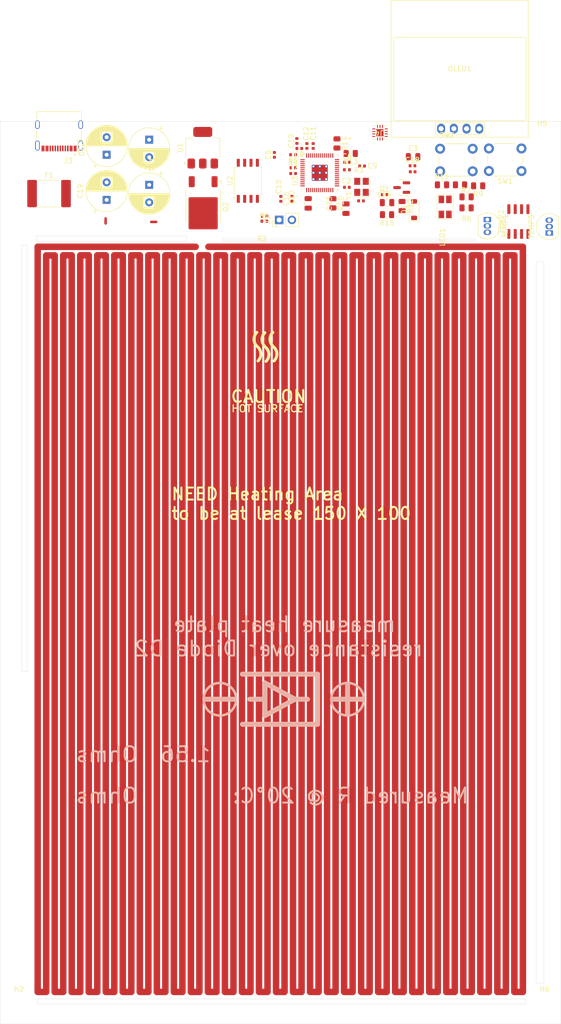
<source format=kicad_pcb>
(kicad_pcb (version 20240108) (generator "pcbnew") (generator_version "8.0")
  (layers (0 "F.Cu" signal) (31 "B.Cu" power) (34 "B.Paste" user) (35 "F.Paste" user) (36 "B.SilkS" user "B.Silkscreen") (37 "F.SilkS" user "F.Silkscreen") (38 "B.Mask" user) (39 "F.Mask" user) (44 "Edge.Cuts" user))
  (net 0 "")
  (net 1 "GND")
  (net 2 "/XIN")
  (net 3 "Net-(C2-Pad1)")
  (net 4 "VBUS")
  (net 5 "+3V3")
  (net 6 "+1V1")
  (net 7 "/GPIO6")
  (net 8 "Net-(D1-A)")
  (net 9 "/~{USB_BOOT}")
  (net 10 "/cc1")
  (net 11 "/D-")
  (net 12 "/D+")
  (net 13 "/cc2")
  (net 14 "Net-(LED1B-A2)")
  (net 15 "Net-(LED1A-A1)")
  (net 16 "Net-(Q1-C)")
  (net 17 "Net-(Q1-B)")
  (net 18 "/QSPI_SS")
  (net 19 "/XOUT")
  (net 20 "Net-(U3-USB_DP)")
  (net 21 "Net-(U3-USB_DM)")
  (net 22 "/GPIO8")
  (net 23 "/GPIO9")
  (net 24 "+3.3V")
  (net 25 "/GPIO15")
  (net 26 "/GPIO17")
  (net 27 "/GPIO18")
  (net 28 "/GPIO16")
  (net 29 "/GPIO5")
  (net 33 "/GPIO4")
  (net 36 "/GPIO26_ADC0")
  (net 37 "/QSPI_SD2")
  (net 38 "/QSPI_SCLK")
  (net 39 "/QSPI_SD0")
  (net 40 "/QSPI_SD1")
  (net 41 "/QSPI_SD3")
  (net 42 "/GPIO20")
  (net 43 "/GPIO27_ADC1")
  (net 44 "/GPIO13")
  (net 45 "/SWD")
  (net 46 "/GPIO25")
  (net 47 "/GPIO29_ADC3")
  (net 48 "/GPIO24")
  (net 49 "/GPIO10")
  (net 50 "/GPIO3")
  (net 51 "/GPIO2")
  (net 52 "/SWCLK")
  (net 53 "/GPIO14")
  (net 54 "/GPIO22")
  (net 55 "/GPIO0")
  (net 56 "/GPIO12")
  (net 57 "/GPIO28_ADC2")
  (net 58 "/GPIO11")
  (net 59 "/RUN")
  (net 60 "/GPIO23")
  (net 61 "/GPIO1")
  (net 62 "/GPIO19")
  (net 63 "/GPIO21")
  (net 67 "HEATPLATE")
  (net 70 "/GPIO7")
  (net 71 "Net-(F1-Pad1)")
  (footprint "Crystal:Crystal_SMD_3225-4Pin_3.2x2.5mm" (layer "F.Cu") (at 133.9 64.4 90)
    (property "Reference" "Y1")
    (property "Value" "ABM8-272-T3")
  )
  (footprint "Capacitor_SMD:C_0402_1005Metric" (layer "F.Cu") (at 116.5 58.02 90)
    (property "Reference" "C5")
    (property "Value" "100n")
  )
  (footprint "Fusb3202T:WQFN14_2P5X2P5_ONS" (layer "F.Cu") (at 137.6 53.6 90)
    (property "Reference" "U4")
    (property "Value" "FUSB302TMPX")
  )
  (footprint "Capacitor_SMD:C_0402_1005Metric" (layer "F.Cu") (at 124.25 56.25 90)
    (property "Reference" "C11")
    (property "Value" "100n")
  )
  (footprint "Capacitor_SMD:C_0402_1005Metric" (layer "F.Cu") (at 144.12 61.4)
    (property "Reference" "C13" (hide yes))
    (property "Value" "100n")
  )
  (footprint "Capacitor_SMD:C_0402_1005Metric" (layer "F.Cu") (at 131.02 59.5)
    (property "Reference" "C6")
    (property "Value" "100n")
  )
  (footprint "Capacitor_SMD:C_0402_1005Metric" (layer "F.Cu") (at 138.52 65.95 180)
    (property "Reference" "C14")
    (property "Value" "100n")
  )
  (footprint "Capacitor_SMD:C_0402_1005Metric" (layer "F.Cu") (at 120.25 61.75)
    (property "Reference" "C7")
    (property "Value" "100n")
  )
  (footprint "USB_C:HRO_TYPE-C-31-M-12" (layer "F.Cu") (at 73.5 52 180)
    (property "Reference" "J3")
    (property "Value" "TYPE-C-31-M-12")
  )
  (footprint "Capacitor_SMD:C_0402_1005Metric" (layer "F.Cu") (at 144.08 60.2)
    (property "Reference" "C18")
    (property "Value" "1000u")
  )
  (footprint "Capacitor_SMD:C_0402_1005Metric" (layer "F.Cu") (at 134.02 60.25)
    (property "Reference" "C9")
    (property "Value" "100n")
  )
  (footprint "Resistor_SMD:R_0402_1005Metric" (layer "F.Cu") (at 114.51 71.25)
    (property "Reference" "R1")
    (property "Value" "1k")
  )
  (footprint "Resistor_SMD:R_0805_2012Metric" (layer "F.Cu") (at 154.8875 68.6)
    (property "Reference" "R6")
    (property "Value" "1k")
  )
  (footprint "Button_Switch_THT:SW_PUSH_6mm" (layer "F.Cu") (at 165.85 61.25 180)
    (property "Reference" "SW1")
    (property "Value" "SW_Push")
  )
  (footprint "Capacitor_SMD:C_0402_1005Metric" (layer "F.Cu") (at 123 56.25 90)
    (property "Reference" "C12")
    (property "Value" "100n")
  )
  (footprint "Capacitor_THT:CP_Radial_D8.0mm_P3.50mm" (layer "F.Cu") (at 91.5 55 -90)
    (property "Reference" "C22")
    (property "Value" "680u/16V")
  )
  (footprint "Capacitor_SMD:C_0805_2012Metric" (layer "F.Cu") (at 123.25 67.7 -90)
    (property "Reference" "C17")
    (property "Value" "100nF")
  )
  (footprint "Connector_PinHeader_2.54mm:PinHeader_1x02_P2.54mm_Vertical" (layer "F.Cu") (at 117.46 71 90)
    (property "Reference" "J1")
    (property "Value" "Conn_01x02")
  )
  (footprint "BLUENRG-232:RP2040-QFN-56" (layer "F.Cu") (at 125.5625 61.6 90)
    (property "Reference" "U3")
    (property "Value" "RP2040")
  )
  (footprint "NetTie:NetTie-2_SMD_Pad0.5mm" (layer "F.Cu") (at 82.8 71.2 -90)
    (property "Reference" "NT4" (hide yes))
    (property "Value" "NetTie_2" (hide yes))
  )
  (footprint "Resistor_SMD:R_0402_1005Metric" (layer "F.Cu") (at 120.24 58 180)
    (property "Reference" "R5")
    (property "Value" "27")
  )
  (footprint "MountingHole:MountingHole_2.2mm_M2" (layer "F.Cu") (at 65.48 227.61)
    (property "Reference" "H2")
    (property "Value" "MountingHole")
  )
  (footprint "Resistor_SMD:R_0805_2012Metric" (layer "F.Cu") (at 129 55.75 -90)
    (property "Reference" "R14")
    (property "Value" "4k7")
  )
  (footprint "Diode_SMD:D_SOD-123" (layer "F.Cu") (at 144.4 68.95 90)
    (property "Reference" "D1")
    (property "Value" "B5819W")
  )
  (footprint "Capacitor_SMD:C_0402_1005Metric" (layer "F.Cu") (at 130.98 64.5 180)
    (property "Reference" "C2")
    (property "Value" "15p")
  )
  (footprint "Resistor_SMD:R_0805_2012Metric" (layer "F.Cu") (at 153.575 64 180)
    (property "Reference" "R8" (hide yes))
    (property "Value" "10k")
  )
  (footprint "MountingHole:MountingHole_2.2mm_M2" (layer "F.Cu") (at 65.48 55.11)
    (property "Reference" "H1")
    (property "Value" "MountingHole")
  )
  (footprint "Capacitor_SMD:C_0805_2012Metric" (layer "F.Cu") (at 139 67.55)
    (property "Reference" "C4")
    (property "Value" "10u")
  )
  (footprint "Capacitor_SMD:C_0402_1005Metric" (layer "F.Cu") (at 121 55.25 90)
    (property "Reference" "C10")
    (property "Value" "1u")
  )
  (footprint "Package_SO:SOIC-8_3.9x4.9mm_P1.27mm" (layer "F.Cu") (at 165.235 71.325 90)
    (property "Reference" "TEMP2")
    (property "Value" "DS18B20Z")
  )
  (footprint "Resistor_SMD:R_0805_2012Metric" (layer "F.Cu") (at 142 68.2375 -90)
    (property "Reference" "R12")
    (property "Value" "4k7")
  )
  (footprint "Capacitor_THT:CP_Radial_D8.0mm_P3.50mm" (layer "F.Cu") (at 91.5 64 -90)
    (property "Reference" "C21")
    (property "Value" "680u/16V")
  )
  (footprint "Button_Switch_THT:SW_PUSH_6mm" (layer "F.Cu") (at 149.6 56.8)
    (property "Reference" "SW2")
    (property "Value" "SW_Push")
  )
  (footprint "Capacitor_THT:CP_Radial_D8.0mm_P3.50mm" (layer "F.Cu") (at 83 58 90)
    (property "Reference" "C20")
    (property "Value" "680u/16V")
  )
  (footprint "Resistor_SMD:R_0805_2012Metric" (layer "F.Cu") (at 139 69.95 180)
    (property "Reference" "R15")
    (property "Value" "4k7")
  )
  (footprint "Resistor_SMD:R_0805_2012Metric" (layer "F.Cu") (at 149.975 64)
    (property "Reference" "R11")
    (property "Value" "10k")
  )
  (footprint "Capacitor_SMD:C_0402_1005Metric" (layer "F.Cu") (at 120 66.77 90)
    (property "Reference" "C16")
    (property "Value" "100n")
  )
  (footprint "oled:128x64OLED" (layer "F.Cu") (at 153.8 42.2 180)
    (property "Reference" "OLED1")
    (property "Value" "SSD1306")
  )
  (footprint "Capacitor_SMD:C_0805_2012Metric" (layer "F.Cu") (at 130.8 68.75 -90)
    (property "Reference" "C23")
    (property "Value" "100nF")
  )
  (footprint "Resistor_SMD:R_0805_2012Metric" (layer "F.Cu") (at 157.2 64.2 180)
    (property "Reference" "R9")
    (property "Value" "10k")
  )
  (footprint "Resistor_SMD:R_0805_2012Metric" (layer "F.Cu") (at 128.2 67.6875 -90)
    (property "Reference" "R10")
    (property "Value" "1k")
  )
  (footprint "Capacitor_SMD:C_0805_2012Metric" (layer "F.Cu") (at 144.2 58.4)
    (property "Reference" "C3")
    (property "Value" "10u")
  )
  (footprint "Package_TO_SOT_THT:TO-92_Inline" (layer "F.Cu") (at 171.4 73.6 90)
    (property "Reference" "TEMP3")
    (property "Value" "LMT85")
  )
  (footprint "Package_SO:SOIC-8_5.23x5.23mm_P1.27mm" (layer "F.Cu") (at 111.2 63.2 90)
    (property "Reference" "U2")
    (property "Value" "W25Q128JVS")
  )
  (footprint "Resistor_SMD:R_0805_2012Metric" (layer "F.Cu") (at 154.8875 66.4 180)
    (property "Reference" "R7")
    (property "Value" "1k")
  )
  (footprint "Capacitor_THT:CP_Radial_D8.0mm_P3.50mm" (layer "F.Cu") (at 83 67 90)
    (property "Reference" "C19")
    (property "Value" "680u/16V")
  )
  (footprint "NetTie:NetTie-2_SMD_Pad0.5mm" (layer "F.Cu") (at 92.4 71.4)
    (property "Reference" "NT3" (hide yes))
    (property "Value" "NetTie_2" (hide yes))
  )
  (footprint "Capacitor_SMD:C_0402_1005Metric" (layer "F.Cu") (at 133.8 67.2 180)
    (property "Reference" "C1" (hide yes))
    (property "Value" "15p")
  )
  (footprint "Capacitor_SMD:C_0402_1005Metric" (layer "F.Cu") (at 117.8 66.8 90)
    (property "Reference" "C15")
    (property "Value" "100n")
  )
  (footprint "Resistor_SMD:R_0402_1005Metric" (layer "F.Cu") (at 120.2 60.6)
    (property "Reference" "R4")
    (property "Value" "27")
  )
  (footprint "Resistor_SMD:R_0402_1005Metric" (layer "F.Cu") (at 130.99 61)
    (property "Reference" "R3")
    (property "Value" "1k")
  )
  (footprint "MountingHole:MountingHole_2.2mm_M2" (layer "F.Cu") (at 170.48 227.61)
    (property "Reference" "H6")
    (property "Value" "MountingHole")
  )
  (footprint "MountingHole:MountingHole_2.2mm_M2" (layer "F.Cu") (at 170 55)
    (property "Reference" "H5")
    (property "Value" "MountingHole")
  )
  (footprint "Resistor_SMD:R_0805_2012Metric" (layer "F.Cu") (at 131.75 57.75 180)
    (property "Reference" "R13")
    (property "Value" "4k7")
  )
  (footprint "Package_TO_SOT_SMD:SOT-223-3_TabPin2" (layer "F.Cu") (at 102.2 56.6 90)
    (property "Reference" "U1")
    (property "Value" "NCP1117-3.3_SOT223")
  )
  (footprint "Package_TO_SOT_THT:TO-92_Inline" (layer "F.Cu") (at 159.04 70.93 -90)
    (property "Reference" "TEMP1")
    (property "Value" "Ext. 1-Wire")
  )
  (footprint "Fuse:Fuse_2920_7451Metric" (layer "F.Cu") (at 71.5 65.75)
    (property "Reference" "F1")
    (property "Value" "5A")
  )
  (footprint "LED_SMD:LED_Avago_PLCC4_3.2x2.8mm_CW" (layer "F.Cu") (at 150.6 68.4 90)
    (property "Reference" "LED1")
    (property "Value" "RED/GREEN")
  )
  (footprint "Package_TO_SOT_SMD:TO-252-2" (layer "F.Cu") (at 102.275 68.415 -90)
    (property "Reference" "Q2")
    (property "Value" "IRLR8726TRPBF")
  )
  (footprint "Capacitor_SMD:C_0402_1005Metric" (layer "F.Cu") (at 121.48 56.75 180)
    (property "Reference" "C8")
    (property "Value" "1u")
  )
  (footprint "Resistor_SMD:R_0402_1005Metric" (layer "F.Cu") (at 114.5 70.25)
    (property "Reference" "R2")
    (property "Value" "DNF")
  )
  (footprint "Package_TO_SOT_SMD:SOT-23" (layer "F.Cu") (at 141.9375 64.55 180)
    (property "Reference" "Q1")
    (property "Value" "SS8050")
  )
  (gr_line (start 125.12 171.59) (end 110.12 171.59) (stroke (width 1)) (layer "B.SilkS"))
  (gr_line (start 134.12 166.59) (end 128.12 166.59) (stroke (width 1)) (layer "B.SilkS"))
  (gr_line (start 108.62 166.59) (end 102.62 166.59) (stroke (width 1)) (layer "B.SilkS"))
  (gr_line (start 131.12 169.59) (end 131.12 163.59) (stroke (width 1)) (layer "B.SilkS"))
  (gr_line (start 125.12 161.59) (end 110.12 161.59) (stroke (width 1)) (layer "B.SilkS"))
  (gr_line (start 114.62 169.84) (end 114.62 163.34) (stroke (width 1)) (layer "B.SilkS"))
  (gr_line (start 114.62 163.34) (end 120.62 166.59) (stroke (width 1)) (layer "B.SilkS"))
  (gr_circle (center 131.12 166.59) (end 127.87 166.59) (stroke (width 0.5)) (fill none) (layer "B.SilkS"))
  (gr_line (start 120.12 166.59) (end 123.12 166.59) (stroke (width 1)) (layer "B.SilkS"))
  (gr_circle (center 105.62 166.59) (end 102.37 166.59) (stroke (width 0.5)) (fill none) (layer "B.SilkS"))
  (gr_line (start 125.12 171.59) (end 125.12 161.59) (stroke (width 1)) (layer "B.SilkS"))
  (gr_line (start 120.62 166.59) (end 114.62 169.84) (stroke (width 1)) (layer "B.SilkS"))
  (gr_line (start 114.62 166.59) (end 111.62 166.59) (stroke (width 1)) (layer "B.SilkS"))
  (gr_arc (start 114.596989 96.230038) (mid 114.178224 95.603312) (end 114.031173 94.864038) (stroke (width 0.6)) (layer "F.SilkS"))
  (gr_arc (start 116.996989 97.761038) (mid 116.85 98.5) (end 116.431412 99.126461) (stroke (width 0.6)) (layer "F.SilkS"))
  (gr_arc (start 115.396989 97.830038) (mid 115.25 98.569) (end 114.831412 99.195461) (stroke (width 0.6)) (layer "F.SilkS"))
  (gr_arc (start 116.430989 96.396038) (mid 116.849447 97.022305) (end 116.996391 97.761038) (stroke (width 0.6)) (layer "F.SilkS"))
  (gr_arc (start 112.996989 96.161038) (mid 112.578607 95.534388) (end 112.43188 94.795331) (stroke (width 0.6)) (layer "F.SilkS"))
  (gr_arc (start 116.196989 96.161038) (mid 115.778607 95.534388) (end 115.63188 94.795331) (stroke (width 0.6)) (layer "F.SilkS"))
  (gr_arc (start 114.030989 94.864038) (mid 114.178054 94.124694) (end 114.596859 93.497908) (stroke (width 0.6)) (layer "F.SilkS"))
  (gr_arc (start 113.796989 97.761038) (mid 113.65 98.5) (end 113.231412 99.126461) (stroke (width 0.6)) (layer "F.SilkS"))
  (gr_arc (start 115.630989 94.796038) (mid 115.778054 94.056694) (end 116.196859 93.429908) (stroke (width 0.6)) (layer "F.SilkS"))
  (gr_arc (start 113.230989 96.396038) (mid 113.649447 97.022305) (end 113.796391 97.761038) (stroke (width 0.6)) (layer "F.SilkS"))
  (gr_arc (start 112.430989 94.796038) (mid 112.578054 94.056694) (end 112.996859 93.429908) (stroke (width 0.6)) (layer "F.SilkS"))
  (gr_arc (start 114.830989 96.464038) (mid 115.24983 97.090381) (end 115.397098 97.829331) (stroke (width 0.6)) (layer "F.SilkS"))
  (gr_rect (start 69.23 226.36) (end 166.73 227.36) (stroke (width 0.05)) (fill none) (layer "Edge.Cuts"))
  (gr_rect (start 68.95 74.2) (end 99 75.25) (stroke (width 0.05)) (fill none) (layer "Edge.Cuts"))
  (gr_rect (start 66.065 76.03) (end 67.115 161.08) (stroke (width 0.05)) (fill none) (layer "Edge.Cuts"))
  (gr_rect (start 168.8 79.35) (end 170.34 223.21) (stroke (width 0.05)) (fill none) (layer "Edge.Cuts"))
  (gr_rect (start 106.15 74.8) (end 156.65 75.185) (stroke (width 0.05)) (fill none) (layer "Edge.Cuts"))
  (gr_rect (start 61.73 51.36) (end 173.73 231.36) (stroke (width 0.05)) (fill none) (layer "Edge.Cuts"))
  (gr_text "1.56  Ohms" (at 76.62 177.59 0) (layer "B.SilkS") (effects (font (size 3 3) (thickness 0.4)) (justify right mirror)))
  (gr_text "Measured R @ 20°C:" (at 107.87 185.84 0) (layer "B.SilkS") (effects (font (size 3 3) (thickness 0.4)) (justify right mirror)))
  (gr_text "measure heat plate \nresistance over Diode D2" (at 117.37 154.09 0) (layer "B.SilkS") (effects (font (size 3 3) (thickness 0.4)) (justify mirror)))
  (gr_text "Ohms" (at 76.62 185.84 0) (layer "B.SilkS") (effects (font (size 3 3) (thickness 0.4)) (justify right mirror)))
  (gr_text "NEED Heating Area\nto be at lease 150 X 100" (at 95.73 127.61 0) (layer "F.SilkS") (effects (font (size 2.4 2.4) (thickness 0.4)) (justify left)))
  (gr_text "CAUTION" (at 107.596989 106.230038 0) (layer "F.SilkS") (effects (font (size 2.4 2.4) (thickness 0.4)) (justify left)))
  (gr_text "HOT SURFACE" (at 107.796989 108.630038 0) (layer "F.SilkS") (effects (font (size 1.4 1.4) (thickness 0.24)) (justify left)))
  (segment (start 142.33 78.06) (end 142.33 224.96) (width 1.3) (layer "F.Cu") (net 67))
  (segment (start 144.03 78.06) (end 142.33 78.06) (width 1.3) (layer "F.Cu") (net 67))
  (segment (start 164.43 78.06) (end 162.73 78.06) (width 1.3) (layer "F.Cu") (net 67))
  (segment (start 99.83 78.06) (end 98.13 78.06) (width 1.3) (layer "F.Cu") (net 67))
  (segment (start 87.93 224.96) (end 86.23 224.96) (width 1.3) (layer "F.Cu") (net 67))
  (segment (start 79.43 224.96) (end 79.43 78.06) (width 1.3) (layer "F.Cu") (net 67))
  (segment (start 82.83 224.96) (end 82.83 78.06) (width 1.3) (layer "F.Cu") (net 67))
  (segment (start 103.33 76.36) (end 166.13 76.36) (width 1.3) (layer "F.Cu") (net 67))
  (segment (start 128.73 224.96) (end 127.03 224.96) (width 1.3) (layer "F.Cu") (net 67))
  (segment (start 118.53 224.96) (end 116.83 224.96) (width 1.3) (layer "F.Cu") (net 67))
  (segment (start 86.23 78.06) (end 84.53 78.06) (width 1.3) (layer "F.Cu") (net 67))
  (segment (start 101.53 224.96) (end 99.83 224.96) (width 1.3) (layer "F.Cu") (net 67))
  (segment (start 104.93 78.06) (end 104.93 224.96) (width 1.3) (layer "F.Cu") (net 67))
  (segment (start 96.43 224.96) (end 96.43 78.06) (width 1.3) (layer "F.Cu") (net 67))
  (segment (start 166.13 224.96) (end 164.43 224.96) (width 1.3) (layer "F.Cu") (net 67))
  (segment (start 125.33 78.06) (end 125.33 224.96) (width 1.3) (layer "F.Cu") (net 67))
  (segment (start 152.53 78.06) (end 152.53 224.96) (width 1.3) (layer "F.Cu") (net 67))
  (segment (start 147.43 224.96) (end 147.43 78.06) (width 1.3) (layer "F.Cu") (net 67))
  (segment (start 98.13 78.06) (end 98.13 224.96) (width 1.3) (layer "F.Cu") (net 67))
  (segment (start 106.63 224.96) (end 106.63 78.06) (width 1.3) (layer "F.Cu") (net 67))
  (segment (start 121.93 78.06) (end 121.93 224.96) (width 1.3) (layer "F.Cu") (net 67))
  (segment (start 108.33 78.06) (end 108.33 224.96) (width 1.3) (layer "F.Cu") (net 67))
  (segment (start 121.93 224.96) (end 120.23 224.96) (width 1.3) (layer "F.Cu") (net 67))
  (segment (start 115.13 78.06) (end 115.13 224.96) (width 1.3) (layer "F.Cu") (net 67))
  (segment (start 142.33 224.96) (end 140.63 224.96) (width 1.3) (layer "F.Cu") (net 67))
  (segment (start 113.43 224.96) (end 113.43 78.06) (width 1.3) (layer "F.Cu") (net 67))
  (segment (start 137.23 224.96) (end 137.23 78.06) (width 1.3) (layer "F.Cu") (net 67))
  (segment (start 133.83 78.06) (end 132.13 78.06) (width 1.3) (layer "F.Cu") (net 67))
  (segment (start 104.93 224.96) (end 103.23 224.96) (width 1.3) (layer "F.Cu") (net 67))
  (segment (start 159.33 224.96) (end 157.63 224.96) (width 1.3) (layer "F.Cu") (net 67))
  (segment (start 155.93 224.96) (end 154.23 224.96) (width 1.3) (layer "F.Cu") (net 67))
  (segment (start 145.73 78.06) (end 145.73 224.96) (width 1.3) (layer "F.Cu") (net 67))
  (segment (start 70.93 78.08) (end 70.93 224.96) (width 1.3) (layer "F.Cu") (net 67))
  (segment (start 110.03 224.96) (end 110.03 78.06) (width 1.3) (layer "F.Cu") (net 67))
  (segment (start 135.53 78.06) (end 135.53 224.96) (width 1.3) (layer "F.Cu") (net 67))
  (segment (start 149.13 224.96) (end 147.43 224.96) (width 1.3) (layer "F.Cu") (net 67))
  (segment (start 150.83 224.96) (end 150.83 78.06) (width 1.3) (layer "F.Cu") (net 67))
  (segment (start 106.63 78.06) (end 104.93 78.06) (width 1.3) (layer "F.Cu") (net 67))
  (segment (start 137.23 78.06) (end 135.53 78.06) (width 1.3) (layer "F.Cu") (net 67))
  (segment (start 93.03 78.06) (end 91.33 78.06) (width 1.3) (layer "F.Cu") (net 67))
  (segment (start 111.73 224.96) (end 110.03 224.96) (width 1.3) (layer "F.Cu") (net 67))
  (segment (start 138.93 224.96) (end 137.23 224.96) (width 1.3) (layer "F.Cu") (net 67))
  (segment (start 157.63 78.06) (end 155.93 78.06) (width 1.3) (layer "F.Cu") (net 67))
  (segment (start 144.03 224.96) (end 144.03 78.06) (width 1.3) (layer "F.Cu") (net 67))
  (segment (start 103.23 224.96) (end 103.23 78.06) (width 1.3) (layer "F.Cu") (net 67))
  (segment (start 138.93 78.06) (end 138.93 224.96) (width 1.3) (layer "F.Cu") (net 67))
  (segment (start 74.33 78.06) (end 74.33 224.96) (width 1.3) (layer "F.Cu") (net 67))
  (segment (start 123.63 78.06) (end 121.93 78.06) (width 1.3) (layer "F.Cu") (net 67))
  (segment (start 116.83 78.06) (end 115.13 78.06) (width 1.3) (layer "F.Cu") (net 67))
  (segment (start 133.83 224.96) (end 133.83 78.06) (width 1.3) (layer "F.Cu") (net 67))
  (segment (start 77.73 78.06) (end 77.73 224.96) (width 1.3) (layer "F.Cu") (net 67))
  (segment (start 120.23 224.96) (end 120.23 78.06) (width 1.3) (layer "F.Cu") (net 67))
  (segment (start 152.53 224.96) (end 150.83 224.96) (width 1.3) (layer "F.Cu") (net 67))
  (segment (start 164.43 224.96) (end 164.43 78.06) (width 1.3) (layer "F.Cu") (net 67))
  (segment (start 140.63 224.96) (end 140.63 78.06) (width 1.3) (layer "F.Cu") (net 67))
  (segment (start 127.03 78.06) (end 125.33 78.06) (width 1.3) (layer "F.Cu") (net 67))
  (segment (start 98.13 224.96) (end 96.43 224.96) (width 1.3) (layer "F.Cu") (net 67))
  (segment (start 159.33 78.06) (end 159.33 224.96) (width 1.3) (layer "F.Cu") (net 67))
  (segment (start 70.93 224.96) (end 69.23 224.96) (width 1.3) (layer "F.Cu") (net 67))
  (segment (start 91.33 78.06) (end 91.33 224.96) (width 1.3) (layer "F.Cu") (net 67))
  (segment (start 162.73 224.96) (end 161.03 224.96) (width 1.3) (layer "F.Cu") (net 67))
  (segment (start 162.73 78.06) (end 162.73 224.96) (width 1.3) (layer "F.Cu") (net 67))
  (segment (start 94.73 224.96) (end 93.03 224.96) (width 1.3) (layer "F.Cu") (net 67))
  (segment (start 93.03 224.96) (end 93.03 78.06) (width 1.3) (layer "F.Cu") (net 67))
  (segment (start 113.43 78.06) (end 111.73 78.06) (width 1.3) (layer "F.Cu") (net 67))
  (segment (start 154.23 78.06) (end 152.53 78.06) (width 1.3) (layer "F.Cu") (net 67))
  (segment (start 94.73 78.06) (end 94.73 224.96) (width 1.3) (layer "F.Cu") (net 67))
  (segment (start 150.83 78.06) (end 149.13 78.06) (width 1.3) (layer "F.Cu") (net 67))
  (segment (start 132.13 224.96) (end 130.43 224.96) (width 1.3) (layer "F.Cu") (net 67))
  (segment (start 103.23 78.06) (end 101.53 78.06) (width 1.3) (layer "F.Cu") (net 67))
  (segment (start 74.33 224.96) (end 72.63 224.96) (width 1.3) (layer "F.Cu") (net 67))
  (segment (start 72.63 224.96) (end 72.63 78.08) (width 1.3) (layer "F.Cu") (net 67))
  (segment (start 96.43 78.06) (end 94.73 78.06) (width 1.3) (layer "F.Cu") (net 67))
  (segment (start 120.23 78.06) (end 118.53 78.06) (width 1.3) (layer "F.Cu") (net 67))
  (segment (start 76.03 224.96) (end 76.03 78.06) (width 1.3) (layer "F.Cu") (net 67))
  (segment (start 84.53 224.96) (end 82.83 224.96) (width 1.3) (layer "F.Cu") (net 67))
  (segment (start 89.63 78.06) (end 87.93 78.06) (width 1.3) (layer "F.Cu") (net 67))
  (segment (start 69.23 224.96) (end 69.23 76.36) (width 1.3) (layer "F.Cu") (net 67))
  (segment (start 77.73 224.96) (end 76.03 224.96) (width 1.3) (layer "F.Cu") (net 67))
  (segment (start 147.43 78.06) (end 145.73 78.06) (width 1.3) (layer "F.Cu") (net 67))
  (segment (start 76.03 78.06) (end 74.33 78.06) (width 1.3) (layer "F.Cu") (net 67))
  (segment (start 118.53 78.06) (end 118.53 224.96) (width 1.3) (layer "F.Cu") (net 67))
  (segment (start 154.23 224.96) (end 154.23 78.06) (width 1.3) (layer "F.Cu") (net 67))
  (segment (start 161.03 78.06) (end 159.33 78.06) (width 1.3) (layer "F.Cu") (net 67))
  (segment (start 145.73 224.96) (end 144.03 224.96) (width 1.3) (layer "F.Cu") (net 67))
  (segment (start 127.03 224.96) (end 127.03 78.06) (width 1.3) (layer "F.Cu") (net 67))
  (segment (start 86.23 224.96) (end 86.23 78.06) (width 1.3) (layer "F.Cu") (net 67))
  (segment (start 161.03 224.96) (end 161.03 78.06) (width 1.3) (layer "F.Cu") (net 67))
  (segment (start 128.73 78.06) (end 128.73 224.96) (width 1.3) (layer "F.Cu") (net 67))
  (segment (start 72.63 78.08) (end 70.93 78.08) (width 1.3) (layer "F.Cu") (net 67))
  (segment (start 125.33 224.96) (end 123.63 224.96) (width 1.3) (layer "F.Cu") (net 67))
  (segment (start 101.53 78.06) (end 101.53 224.96) (width 1.3) (layer "F.Cu") (net 67))
  (segment (start 132.13 78.06) (end 132.13 224.96) (width 1.3) (layer "F.Cu") (net 67))
  (segment (start 69.23 76.36) (end 100.78 76.36) (width 1.3) (layer "F.Cu") (net 67))
  (segment (start 91.33 224.96) (end 89.63 224.96) (width 1.3) (layer "F.Cu") (net 67))
  (segment (start 89.63 224.96) (end 89.63 78.06) (width 1.3) (layer "F.Cu") (net 67))
  (segment (start 84.53 78.06) (end 84.53 224.96) (width 1.3) (layer "F.Cu") (net 67))
  (segment (start 130.43 78.06) (end 128.73 78.06) (width 1.3) (layer "F.Cu") (net 67))
  (segment (start 82.83 78.06) (end 81.13 78.06) (width 1.3) (layer "F.Cu") (net 67))
  (segment (start 79.43 78.06) (end 77.73 78.06) (width 1.3) (layer "F.Cu") (net 67))
  (segment (start 155.93 78.06) (end 155.93 224.96) (width 1.3) (layer "F.Cu") (net 67))
  (segment (start 166.13 76.36) (end 166.13 224.96) (width 1.3) (layer "F.Cu") (net 67))
  (segment (start 116.83 224.96) (end 116.83 78.06) (width 1.3) (layer "F.Cu") (net 67))
  (segment (start 81.13 78.06) (end 81.13 224.96) (width 1.3) (layer "F.Cu") (net 67))
  (segment (start 140.63 78.06) (end 138.93 78.06) (width 1.3) (layer "F.Cu") (net 67))
  (segment (start 123.63 224.96) (end 123.63 78.06) (width 1.3) (layer "F.Cu") (net 67))
  (segment (start 81.13 224.96) (end 79.43 224.96) (width 1.3) (layer "F.Cu") (net 67))
  (segment (start 149.13 78.06) (end 149.13 224.96) (width 1.3) (layer "F.Cu") (net 67))
  (segment (start 130.43 224.96) (end 130.43 78.06) (width 1.3) (layer "F.Cu") (net 67))
  (segment (start 157.63 224.96) (end 157.63 78.06) (width 1.3) (layer "F.Cu") (net 67))
  (segment (start 115.13 224.96) (end 113.43 224.96) (width 1.3) (layer "F.Cu") (net 67))
  (segment (start 87.93 78.06) (end 87.93 224.96) (width 1.3) (layer "F.Cu") (net 67))
  (segment (start 111.73 78.06) (end 111.73 224.96) (width 1.3) (layer "F.Cu") (net 67))
  (segment (start 135.53 224.96) (end 133.83 224.96) (width 1.3) (layer "F.Cu") (net 67))
  (segment (start 108.33 224.96) (end 106.63 224.96) (width 1.3) (layer "F.Cu") (net 67))
  (segment (start 99.83 224.96) (end 99.83 78.06) (width 1.3) (layer "F.Cu") (net 67))
  (segment (start 110.03 78.06) (end 108.33 78.06) (width 1.3) (layer "F.Cu") (net 67))
)
</source>
